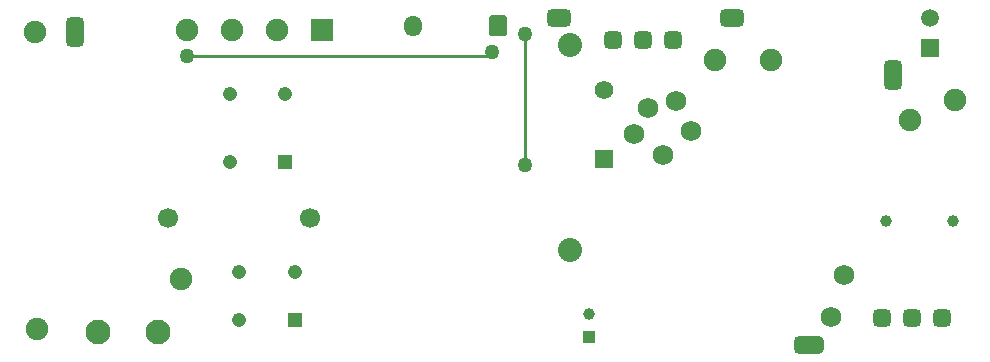
<source format=gtl>
%FSTAX23Y23*%
%MOIN*%
%SFA1B1*%

%IPPOS*%
%AMD49*
4,1,8,0.034500,0.029500,-0.034500,0.029500,-0.049200,0.014800,-0.049200,-0.014800,-0.034500,-0.029500,0.034500,-0.029500,0.049200,-0.014800,0.049200,0.014800,0.034500,0.029500,0.0*
1,1,0.029520,0.034500,0.014800*
1,1,0.029520,-0.034500,0.014800*
1,1,0.029520,-0.034500,-0.014800*
1,1,0.029520,0.034500,-0.014800*
%
%AMD50*
4,1,8,0.024600,0.029500,-0.024600,0.029500,-0.039400,0.014800,-0.039400,-0.014800,-0.024600,-0.029500,0.024600,-0.029500,0.039400,-0.014800,0.039400,0.014800,0.024600,0.029500,0.0*
1,1,0.029520,0.024600,0.014800*
1,1,0.029520,-0.024600,0.014800*
1,1,0.029520,-0.024600,-0.014800*
1,1,0.029520,0.024600,-0.014800*
%
%AMD51*
4,1,8,0.014800,0.049200,-0.014800,0.049200,-0.029500,0.034500,-0.029500,-0.034500,-0.014800,-0.049200,0.014800,-0.049200,0.029500,-0.034500,0.029500,0.034500,0.014800,0.049200,0.0*
1,1,0.029520,0.014800,0.034500*
1,1,0.029520,-0.014800,0.034500*
1,1,0.029520,-0.014800,-0.034500*
1,1,0.029520,0.014800,-0.034500*
%
%AMD52*
4,1,8,0.015000,0.049200,-0.015000,0.049200,-0.030000,0.034200,-0.030000,-0.034200,-0.015000,-0.049200,0.015000,-0.049200,0.030000,-0.034200,0.030000,0.034200,0.015000,0.049200,0.0*
1,1,0.030000,0.015000,0.034200*
1,1,0.030000,-0.015000,0.034200*
1,1,0.030000,-0.015000,-0.034200*
1,1,0.030000,0.015000,-0.034200*
%
%AMD54*
4,1,8,-0.022500,-0.035000,0.022500,-0.035000,0.030000,-0.027500,0.030000,0.027500,0.022500,0.035000,-0.022500,0.035000,-0.030000,0.027500,-0.030000,-0.027500,-0.022500,-0.035000,0.0*
1,1,0.015000,-0.022500,-0.027500*
1,1,0.015000,0.022500,-0.027500*
1,1,0.015000,0.022500,0.027500*
1,1,0.015000,-0.022500,0.027500*
%
%AMD56*
4,1,8,0.014800,0.029500,-0.014800,0.029500,-0.029500,0.014800,-0.029500,-0.014800,-0.014800,-0.029500,0.014800,-0.029500,0.029500,-0.014800,0.029500,0.014800,0.014800,0.029500,0.0*
1,1,0.029520,0.014800,0.014800*
1,1,0.029520,-0.014800,0.014800*
1,1,0.029520,-0.014800,-0.014800*
1,1,0.029520,0.014800,-0.014800*
%
%ADD13C,0.010000*%
%ADD46C,0.059370*%
%ADD47R,0.059370X0.059370*%
%ADD48C,0.075000*%
G04~CAMADD=49~8~0.0~0.0~984.3~590.6~147.6~0.0~15~0.0~0.0~0.0~0.0~0~0.0~0.0~0.0~0.0~0~0.0~0.0~0.0~0.0~984.3~590.6*
%ADD49D49*%
G04~CAMADD=50~8~0.0~0.0~787.4~590.6~147.6~0.0~15~0.0~0.0~0.0~0.0~0~0.0~0.0~0.0~0.0~0~0.0~0.0~0.0~0.0~787.4~590.6*
%ADD50D50*%
G04~CAMADD=51~8~0.0~0.0~590.6~984.3~147.6~0.0~15~0.0~0.0~0.0~0.0~0~0.0~0.0~0.0~0.0~0~0.0~0.0~0.0~0.0~590.6~984.3*
%ADD51D51*%
G04~CAMADD=52~8~0.0~0.0~600.0~984.3~150.0~0.0~15~0.0~0.0~0.0~0.0~0~0.0~0.0~0.0~0.0~0~0.0~0.0~0.0~0.0~600.0~984.3*
%ADD52D52*%
%ADD53C,0.066930*%
G04~CAMADD=54~8~0.0~0.0~600.0~700.0~75.0~0.0~15~0.0~0.0~0.0~0.0~0~0.0~0.0~0.0~0.0~0~0.0~0.0~0.0~180.0~600.0~700.0*
%ADD54D54*%
%ADD55O,0.060000X0.070000*%
G04~CAMADD=56~8~0.0~0.0~590.6~590.6~147.6~0.0~15~0.0~0.0~0.0~0.0~0~0.0~0.0~0.0~0.0~0~0.0~0.0~0.0~0.0~590.6~590.6*
%ADD56D56*%
%ADD57C,0.080000*%
%ADD58C,0.062010*%
%ADD59R,0.062010X0.062010*%
%ADD60C,0.069000*%
%ADD61C,0.075200*%
%ADD62R,0.075200X0.075200*%
%ADD63C,0.039370*%
%ADD64R,0.039370X0.039370*%
%ADD65C,0.047560*%
%ADD66R,0.047560X0.047560*%
%ADD67C,0.082680*%
%ADD68C,0.050000*%
%LNadapter_pcb-1*%
%LPD*%
G54D13*
X03736Y04555D02*
X03751Y0457D01*
X02736Y04555D02*
X03736D01*
X03862Y04192D02*
Y04629D01*
G54D46*
X05212Y04683D03*
G54D47*
X05212Y04583D03*
G54D48*
X02228Y04637D03*
X05295Y04409D03*
X04496Y04543D03*
X04683D03*
X02716Y03811D03*
X02236Y03645D03*
X05145Y04342D03*
G54D49*
X04807Y03594D03*
G54D50*
X04551Y04681D03*
X03976D03*
G54D51*
X0509Y04492D03*
G54D52*
X02362Y04637D03*
G54D53*
X02673Y04015D03*
X03145D03*
G54D54*
X03771Y04657D03*
G54D55*
X03488Y04657D03*
G54D56*
X04354Y0461D03*
X04254D03*
X04154D03*
X05051Y03681D03*
X05151D03*
X05251D03*
G54D57*
X04011Y03909D03*
Y04594D03*
G54D58*
X04125Y04441D03*
G54D59*
X04125Y04211D03*
G54D60*
X04881Y03686D03*
X04416Y04306D03*
X04926Y03826D03*
X04321Y04226D03*
X04226Y04296D03*
X04271Y04381D03*
X04366Y04406D03*
G54D61*
X02735Y04641D03*
X02885D03*
X03035D03*
G54D62*
X03185Y04641D03*
G54D63*
X04074Y03696D03*
X05287Y04007D03*
X05066D03*
G54D64*
X04074Y03618D03*
G54D65*
X02909Y03837D03*
X03094D03*
X02909Y03677D03*
X02877Y04204D03*
X03062Y04429D03*
X02877D03*
G54D66*
X03094Y03677D03*
X03062Y04204D03*
G54D67*
X02639Y03637D03*
X02439D03*
G54D68*
X03751Y0457D03*
X02736Y04555D03*
X03862Y04629D03*
Y04192D03*
M02*
</source>
